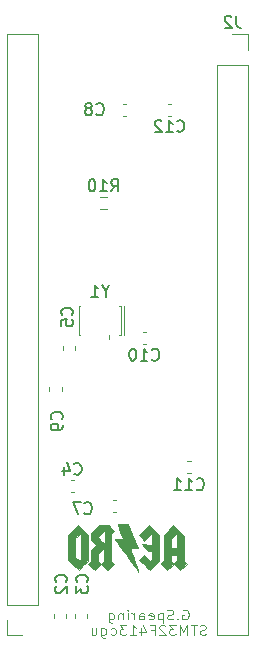
<source format=gbr>
%TF.GenerationSoftware,KiCad,Pcbnew,(6.0.1)*%
%TF.CreationDate,2022-02-14T12:01:51-05:00*%
%TF.ProjectId,demo,64656d6f-2e6b-4696-9361-645f70636258,rev?*%
%TF.SameCoordinates,Original*%
%TF.FileFunction,Legend,Bot*%
%TF.FilePolarity,Positive*%
%FSLAX46Y46*%
G04 Gerber Fmt 4.6, Leading zero omitted, Abs format (unit mm)*
G04 Created by KiCad (PCBNEW (6.0.1)) date 2022-02-14 12:01:51*
%MOMM*%
%LPD*%
G01*
G04 APERTURE LIST*
%ADD10C,0.100000*%
%ADD11C,0.150000*%
%ADD12C,0.120000*%
%ADD13C,0.010000*%
G04 APERTURE END LIST*
D10*
X158362285Y-107160000D02*
X158448000Y-107121904D01*
X158576571Y-107121904D01*
X158705142Y-107160000D01*
X158790857Y-107236190D01*
X158833714Y-107312380D01*
X158876571Y-107464761D01*
X158876571Y-107579047D01*
X158833714Y-107731428D01*
X158790857Y-107807619D01*
X158705142Y-107883809D01*
X158576571Y-107921904D01*
X158490857Y-107921904D01*
X158362285Y-107883809D01*
X158319428Y-107845714D01*
X158319428Y-107579047D01*
X158490857Y-107579047D01*
X157933714Y-107845714D02*
X157890857Y-107883809D01*
X157933714Y-107921904D01*
X157976571Y-107883809D01*
X157933714Y-107845714D01*
X157933714Y-107921904D01*
X157548000Y-107883809D02*
X157419428Y-107921904D01*
X157205142Y-107921904D01*
X157119428Y-107883809D01*
X157076571Y-107845714D01*
X157033714Y-107769523D01*
X157033714Y-107693333D01*
X157076571Y-107617142D01*
X157119428Y-107579047D01*
X157205142Y-107540952D01*
X157376571Y-107502857D01*
X157462285Y-107464761D01*
X157505142Y-107426666D01*
X157548000Y-107350476D01*
X157548000Y-107274285D01*
X157505142Y-107198095D01*
X157462285Y-107160000D01*
X157376571Y-107121904D01*
X157162285Y-107121904D01*
X157033714Y-107160000D01*
X156648000Y-107388571D02*
X156648000Y-108188571D01*
X156648000Y-107426666D02*
X156562285Y-107388571D01*
X156390857Y-107388571D01*
X156305142Y-107426666D01*
X156262285Y-107464761D01*
X156219428Y-107540952D01*
X156219428Y-107769523D01*
X156262285Y-107845714D01*
X156305142Y-107883809D01*
X156390857Y-107921904D01*
X156562285Y-107921904D01*
X156648000Y-107883809D01*
X155490857Y-107883809D02*
X155576571Y-107921904D01*
X155748000Y-107921904D01*
X155833714Y-107883809D01*
X155876571Y-107807619D01*
X155876571Y-107502857D01*
X155833714Y-107426666D01*
X155748000Y-107388571D01*
X155576571Y-107388571D01*
X155490857Y-107426666D01*
X155448000Y-107502857D01*
X155448000Y-107579047D01*
X155876571Y-107655238D01*
X154676571Y-107921904D02*
X154676571Y-107502857D01*
X154719428Y-107426666D01*
X154805142Y-107388571D01*
X154976571Y-107388571D01*
X155062285Y-107426666D01*
X154676571Y-107883809D02*
X154762285Y-107921904D01*
X154976571Y-107921904D01*
X155062285Y-107883809D01*
X155105142Y-107807619D01*
X155105142Y-107731428D01*
X155062285Y-107655238D01*
X154976571Y-107617142D01*
X154762285Y-107617142D01*
X154676571Y-107579047D01*
X154248000Y-107921904D02*
X154248000Y-107388571D01*
X154248000Y-107540952D02*
X154205142Y-107464761D01*
X154162285Y-107426666D01*
X154076571Y-107388571D01*
X153990857Y-107388571D01*
X153690857Y-107921904D02*
X153690857Y-107388571D01*
X153690857Y-107121904D02*
X153733714Y-107160000D01*
X153690857Y-107198095D01*
X153648000Y-107160000D01*
X153690857Y-107121904D01*
X153690857Y-107198095D01*
X153262285Y-107388571D02*
X153262285Y-107921904D01*
X153262285Y-107464761D02*
X153219428Y-107426666D01*
X153133714Y-107388571D01*
X153005142Y-107388571D01*
X152919428Y-107426666D01*
X152876571Y-107502857D01*
X152876571Y-107921904D01*
X152062285Y-107388571D02*
X152062285Y-108036190D01*
X152105142Y-108112380D01*
X152148000Y-108150476D01*
X152233714Y-108188571D01*
X152362285Y-108188571D01*
X152448000Y-108150476D01*
X152062285Y-107883809D02*
X152148000Y-107921904D01*
X152319428Y-107921904D01*
X152405142Y-107883809D01*
X152448000Y-107845714D01*
X152490857Y-107769523D01*
X152490857Y-107540952D01*
X152448000Y-107464761D01*
X152405142Y-107426666D01*
X152319428Y-107388571D01*
X152148000Y-107388571D01*
X152062285Y-107426666D01*
X160290857Y-109171809D02*
X160162285Y-109209904D01*
X159948000Y-109209904D01*
X159862285Y-109171809D01*
X159819428Y-109133714D01*
X159776571Y-109057523D01*
X159776571Y-108981333D01*
X159819428Y-108905142D01*
X159862285Y-108867047D01*
X159948000Y-108828952D01*
X160119428Y-108790857D01*
X160205142Y-108752761D01*
X160248000Y-108714666D01*
X160290857Y-108638476D01*
X160290857Y-108562285D01*
X160248000Y-108486095D01*
X160205142Y-108448000D01*
X160119428Y-108409904D01*
X159905142Y-108409904D01*
X159776571Y-108448000D01*
X159519428Y-108409904D02*
X159005142Y-108409904D01*
X159262285Y-109209904D02*
X159262285Y-108409904D01*
X158705142Y-109209904D02*
X158705142Y-108409904D01*
X158405142Y-108981333D01*
X158105142Y-108409904D01*
X158105142Y-109209904D01*
X157762285Y-108409904D02*
X157205142Y-108409904D01*
X157505142Y-108714666D01*
X157376571Y-108714666D01*
X157290857Y-108752761D01*
X157248000Y-108790857D01*
X157205142Y-108867047D01*
X157205142Y-109057523D01*
X157248000Y-109133714D01*
X157290857Y-109171809D01*
X157376571Y-109209904D01*
X157633714Y-109209904D01*
X157719428Y-109171809D01*
X157762285Y-109133714D01*
X156862285Y-108486095D02*
X156819428Y-108448000D01*
X156733714Y-108409904D01*
X156519428Y-108409904D01*
X156433714Y-108448000D01*
X156390857Y-108486095D01*
X156348000Y-108562285D01*
X156348000Y-108638476D01*
X156390857Y-108752761D01*
X156905142Y-109209904D01*
X156348000Y-109209904D01*
X155662285Y-108790857D02*
X155962285Y-108790857D01*
X155962285Y-109209904D02*
X155962285Y-108409904D01*
X155533714Y-108409904D01*
X154805142Y-108676571D02*
X154805142Y-109209904D01*
X155019428Y-108371809D02*
X155233714Y-108943238D01*
X154676571Y-108943238D01*
X153862285Y-109209904D02*
X154376571Y-109209904D01*
X154119428Y-109209904D02*
X154119428Y-108409904D01*
X154205142Y-108524190D01*
X154290857Y-108600380D01*
X154376571Y-108638476D01*
X153562285Y-108409904D02*
X153005142Y-108409904D01*
X153305142Y-108714666D01*
X153176571Y-108714666D01*
X153090857Y-108752761D01*
X153048000Y-108790857D01*
X153005142Y-108867047D01*
X153005142Y-109057523D01*
X153048000Y-109133714D01*
X153090857Y-109171809D01*
X153176571Y-109209904D01*
X153433714Y-109209904D01*
X153519428Y-109171809D01*
X153562285Y-109133714D01*
X152233714Y-109171809D02*
X152319428Y-109209904D01*
X152490857Y-109209904D01*
X152576571Y-109171809D01*
X152619428Y-109133714D01*
X152662285Y-109057523D01*
X152662285Y-108828952D01*
X152619428Y-108752761D01*
X152576571Y-108714666D01*
X152490857Y-108676571D01*
X152319428Y-108676571D01*
X152233714Y-108714666D01*
X151462285Y-108676571D02*
X151462285Y-109324190D01*
X151505142Y-109400380D01*
X151548000Y-109438476D01*
X151633714Y-109476571D01*
X151762285Y-109476571D01*
X151848000Y-109438476D01*
X151462285Y-109171809D02*
X151548000Y-109209904D01*
X151719428Y-109209904D01*
X151805142Y-109171809D01*
X151848000Y-109133714D01*
X151890857Y-109057523D01*
X151890857Y-108828952D01*
X151848000Y-108752761D01*
X151805142Y-108714666D01*
X151719428Y-108676571D01*
X151548000Y-108676571D01*
X151462285Y-108714666D01*
X150648000Y-108676571D02*
X150648000Y-109209904D01*
X151033714Y-108676571D02*
X151033714Y-109095619D01*
X150990857Y-109171809D01*
X150905142Y-109209904D01*
X150776571Y-109209904D01*
X150690857Y-109171809D01*
X150648000Y-109133714D01*
D11*
%TO.C,C12*%
X157868857Y-66557142D02*
X157916476Y-66604761D01*
X158059333Y-66652380D01*
X158154571Y-66652380D01*
X158297428Y-66604761D01*
X158392666Y-66509523D01*
X158440285Y-66414285D01*
X158487904Y-66223809D01*
X158487904Y-66080952D01*
X158440285Y-65890476D01*
X158392666Y-65795238D01*
X158297428Y-65700000D01*
X158154571Y-65652380D01*
X158059333Y-65652380D01*
X157916476Y-65700000D01*
X157868857Y-65747619D01*
X156916476Y-66652380D02*
X157487904Y-66652380D01*
X157202190Y-66652380D02*
X157202190Y-65652380D01*
X157297428Y-65795238D01*
X157392666Y-65890476D01*
X157487904Y-65938095D01*
X156535523Y-65747619D02*
X156487904Y-65700000D01*
X156392666Y-65652380D01*
X156154571Y-65652380D01*
X156059333Y-65700000D01*
X156011714Y-65747619D01*
X155964095Y-65842857D01*
X155964095Y-65938095D01*
X156011714Y-66080952D01*
X156583142Y-66652380D01*
X155964095Y-66652380D01*
%TO.C,C11*%
X159519857Y-96877142D02*
X159567476Y-96924761D01*
X159710333Y-96972380D01*
X159805571Y-96972380D01*
X159948428Y-96924761D01*
X160043666Y-96829523D01*
X160091285Y-96734285D01*
X160138904Y-96543809D01*
X160138904Y-96400952D01*
X160091285Y-96210476D01*
X160043666Y-96115238D01*
X159948428Y-96020000D01*
X159805571Y-95972380D01*
X159710333Y-95972380D01*
X159567476Y-96020000D01*
X159519857Y-96067619D01*
X158567476Y-96972380D02*
X159138904Y-96972380D01*
X158853190Y-96972380D02*
X158853190Y-95972380D01*
X158948428Y-96115238D01*
X159043666Y-96210476D01*
X159138904Y-96258095D01*
X157615095Y-96972380D02*
X158186523Y-96972380D01*
X157900809Y-96972380D02*
X157900809Y-95972380D01*
X157996047Y-96115238D01*
X158091285Y-96210476D01*
X158186523Y-96258095D01*
%TO.C,C9*%
X148083542Y-90968533D02*
X148131161Y-90920914D01*
X148178780Y-90778057D01*
X148178780Y-90682819D01*
X148131161Y-90539961D01*
X148035923Y-90444723D01*
X147940685Y-90397104D01*
X147750209Y-90349485D01*
X147607352Y-90349485D01*
X147416876Y-90397104D01*
X147321638Y-90444723D01*
X147226400Y-90539961D01*
X147178780Y-90682819D01*
X147178780Y-90778057D01*
X147226400Y-90920914D01*
X147274019Y-90968533D01*
X148178780Y-91444723D02*
X148178780Y-91635200D01*
X148131161Y-91730438D01*
X148083542Y-91778057D01*
X147940685Y-91873295D01*
X147750209Y-91920914D01*
X147369257Y-91920914D01*
X147274019Y-91873295D01*
X147226400Y-91825676D01*
X147178780Y-91730438D01*
X147178780Y-91539961D01*
X147226400Y-91444723D01*
X147274019Y-91397104D01*
X147369257Y-91349485D01*
X147607352Y-91349485D01*
X147702590Y-91397104D01*
X147750209Y-91444723D01*
X147797828Y-91539961D01*
X147797828Y-91730438D01*
X147750209Y-91825676D01*
X147702590Y-91873295D01*
X147607352Y-91920914D01*
%TO.C,C10*%
X155735257Y-85911942D02*
X155782876Y-85959561D01*
X155925733Y-86007180D01*
X156020971Y-86007180D01*
X156163828Y-85959561D01*
X156259066Y-85864323D01*
X156306685Y-85769085D01*
X156354304Y-85578609D01*
X156354304Y-85435752D01*
X156306685Y-85245276D01*
X156259066Y-85150038D01*
X156163828Y-85054800D01*
X156020971Y-85007180D01*
X155925733Y-85007180D01*
X155782876Y-85054800D01*
X155735257Y-85102419D01*
X154782876Y-86007180D02*
X155354304Y-86007180D01*
X155068590Y-86007180D02*
X155068590Y-85007180D01*
X155163828Y-85150038D01*
X155259066Y-85245276D01*
X155354304Y-85292895D01*
X154163828Y-85007180D02*
X154068590Y-85007180D01*
X153973352Y-85054800D01*
X153925733Y-85102419D01*
X153878114Y-85197657D01*
X153830495Y-85388133D01*
X153830495Y-85626228D01*
X153878114Y-85816704D01*
X153925733Y-85911942D01*
X153973352Y-85959561D01*
X154068590Y-86007180D01*
X154163828Y-86007180D01*
X154259066Y-85959561D01*
X154306685Y-85911942D01*
X154354304Y-85816704D01*
X154401923Y-85626228D01*
X154401923Y-85388133D01*
X154354304Y-85197657D01*
X154306685Y-85102419D01*
X154259066Y-85054800D01*
X154163828Y-85007180D01*
%TO.C,R10*%
X152280857Y-71666380D02*
X152614190Y-71190190D01*
X152852285Y-71666380D02*
X152852285Y-70666380D01*
X152471333Y-70666380D01*
X152376095Y-70714000D01*
X152328476Y-70761619D01*
X152280857Y-70856857D01*
X152280857Y-70999714D01*
X152328476Y-71094952D01*
X152376095Y-71142571D01*
X152471333Y-71190190D01*
X152852285Y-71190190D01*
X151328476Y-71666380D02*
X151899904Y-71666380D01*
X151614190Y-71666380D02*
X151614190Y-70666380D01*
X151709428Y-70809238D01*
X151804666Y-70904476D01*
X151899904Y-70952095D01*
X150709428Y-70666380D02*
X150614190Y-70666380D01*
X150518952Y-70714000D01*
X150471333Y-70761619D01*
X150423714Y-70856857D01*
X150376095Y-71047333D01*
X150376095Y-71285428D01*
X150423714Y-71475904D01*
X150471333Y-71571142D01*
X150518952Y-71618761D01*
X150614190Y-71666380D01*
X150709428Y-71666380D01*
X150804666Y-71618761D01*
X150852285Y-71571142D01*
X150899904Y-71475904D01*
X150947523Y-71285428D01*
X150947523Y-71047333D01*
X150899904Y-70856857D01*
X150852285Y-70761619D01*
X150804666Y-70714000D01*
X150709428Y-70666380D01*
%TO.C,Y1*%
X151810990Y-80126990D02*
X151810990Y-80603180D01*
X152144323Y-79603180D02*
X151810990Y-80126990D01*
X151477657Y-79603180D01*
X150620514Y-80603180D02*
X151191942Y-80603180D01*
X150906228Y-80603180D02*
X150906228Y-79603180D01*
X151001466Y-79746038D01*
X151096704Y-79841276D01*
X151191942Y-79888895D01*
%TO.C,J2*%
X162893333Y-56812380D02*
X162893333Y-57526666D01*
X162940952Y-57669523D01*
X163036190Y-57764761D01*
X163179047Y-57812380D01*
X163274285Y-57812380D01*
X162464761Y-56907619D02*
X162417142Y-56860000D01*
X162321904Y-56812380D01*
X162083809Y-56812380D01*
X161988571Y-56860000D01*
X161940952Y-56907619D01*
X161893333Y-57002857D01*
X161893333Y-57098095D01*
X161940952Y-57240952D01*
X162512380Y-57812380D01*
X161893333Y-57812380D01*
%TO.C,C5*%
X148947142Y-82129333D02*
X148994761Y-82081714D01*
X149042380Y-81938857D01*
X149042380Y-81843619D01*
X148994761Y-81700761D01*
X148899523Y-81605523D01*
X148804285Y-81557904D01*
X148613809Y-81510285D01*
X148470952Y-81510285D01*
X148280476Y-81557904D01*
X148185238Y-81605523D01*
X148090000Y-81700761D01*
X148042380Y-81843619D01*
X148042380Y-81938857D01*
X148090000Y-82081714D01*
X148137619Y-82129333D01*
X148042380Y-83034095D02*
X148042380Y-82557904D01*
X148518571Y-82510285D01*
X148470952Y-82557904D01*
X148423333Y-82653142D01*
X148423333Y-82891238D01*
X148470952Y-82986476D01*
X148518571Y-83034095D01*
X148613809Y-83081714D01*
X148851904Y-83081714D01*
X148947142Y-83034095D01*
X148994761Y-82986476D01*
X149042380Y-82891238D01*
X149042380Y-82653142D01*
X148994761Y-82557904D01*
X148947142Y-82510285D01*
%TO.C,C3*%
X150217142Y-104735333D02*
X150264761Y-104687714D01*
X150312380Y-104544857D01*
X150312380Y-104449619D01*
X150264761Y-104306761D01*
X150169523Y-104211523D01*
X150074285Y-104163904D01*
X149883809Y-104116285D01*
X149740952Y-104116285D01*
X149550476Y-104163904D01*
X149455238Y-104211523D01*
X149360000Y-104306761D01*
X149312380Y-104449619D01*
X149312380Y-104544857D01*
X149360000Y-104687714D01*
X149407619Y-104735333D01*
X149312380Y-105068666D02*
X149312380Y-105687714D01*
X149693333Y-105354380D01*
X149693333Y-105497238D01*
X149740952Y-105592476D01*
X149788571Y-105640095D01*
X149883809Y-105687714D01*
X150121904Y-105687714D01*
X150217142Y-105640095D01*
X150264761Y-105592476D01*
X150312380Y-105497238D01*
X150312380Y-105211523D01*
X150264761Y-105116285D01*
X150217142Y-105068666D01*
%TO.C,C8*%
X151042666Y-65127142D02*
X151090285Y-65174761D01*
X151233142Y-65222380D01*
X151328380Y-65222380D01*
X151471238Y-65174761D01*
X151566476Y-65079523D01*
X151614095Y-64984285D01*
X151661714Y-64793809D01*
X151661714Y-64650952D01*
X151614095Y-64460476D01*
X151566476Y-64365238D01*
X151471238Y-64270000D01*
X151328380Y-64222380D01*
X151233142Y-64222380D01*
X151090285Y-64270000D01*
X151042666Y-64317619D01*
X150471238Y-64650952D02*
X150566476Y-64603333D01*
X150614095Y-64555714D01*
X150661714Y-64460476D01*
X150661714Y-64412857D01*
X150614095Y-64317619D01*
X150566476Y-64270000D01*
X150471238Y-64222380D01*
X150280761Y-64222380D01*
X150185523Y-64270000D01*
X150137904Y-64317619D01*
X150090285Y-64412857D01*
X150090285Y-64460476D01*
X150137904Y-64555714D01*
X150185523Y-64603333D01*
X150280761Y-64650952D01*
X150471238Y-64650952D01*
X150566476Y-64698571D01*
X150614095Y-64746190D01*
X150661714Y-64841428D01*
X150661714Y-65031904D01*
X150614095Y-65127142D01*
X150566476Y-65174761D01*
X150471238Y-65222380D01*
X150280761Y-65222380D01*
X150185523Y-65174761D01*
X150137904Y-65127142D01*
X150090285Y-65031904D01*
X150090285Y-64841428D01*
X150137904Y-64746190D01*
X150185523Y-64698571D01*
X150280761Y-64650952D01*
%TO.C,C4*%
X149164166Y-95574142D02*
X149211785Y-95621761D01*
X149354642Y-95669380D01*
X149449880Y-95669380D01*
X149592738Y-95621761D01*
X149687976Y-95526523D01*
X149735595Y-95431285D01*
X149783214Y-95240809D01*
X149783214Y-95097952D01*
X149735595Y-94907476D01*
X149687976Y-94812238D01*
X149592738Y-94717000D01*
X149449880Y-94669380D01*
X149354642Y-94669380D01*
X149211785Y-94717000D01*
X149164166Y-94764619D01*
X148307023Y-95002714D02*
X148307023Y-95669380D01*
X148545119Y-94621761D02*
X148783214Y-95336047D01*
X148164166Y-95336047D01*
%TO.C,C7*%
X150026666Y-98909142D02*
X150074285Y-98956761D01*
X150217142Y-99004380D01*
X150312380Y-99004380D01*
X150455238Y-98956761D01*
X150550476Y-98861523D01*
X150598095Y-98766285D01*
X150645714Y-98575809D01*
X150645714Y-98432952D01*
X150598095Y-98242476D01*
X150550476Y-98147238D01*
X150455238Y-98052000D01*
X150312380Y-98004380D01*
X150217142Y-98004380D01*
X150074285Y-98052000D01*
X150026666Y-98099619D01*
X149693333Y-98004380D02*
X149026666Y-98004380D01*
X149455238Y-99004380D01*
%TO.C,C2*%
X148439142Y-104735333D02*
X148486761Y-104687714D01*
X148534380Y-104544857D01*
X148534380Y-104449619D01*
X148486761Y-104306761D01*
X148391523Y-104211523D01*
X148296285Y-104163904D01*
X148105809Y-104116285D01*
X147962952Y-104116285D01*
X147772476Y-104163904D01*
X147677238Y-104211523D01*
X147582000Y-104306761D01*
X147534380Y-104449619D01*
X147534380Y-104544857D01*
X147582000Y-104687714D01*
X147629619Y-104735333D01*
X147629619Y-105116285D02*
X147582000Y-105163904D01*
X147534380Y-105259142D01*
X147534380Y-105497238D01*
X147582000Y-105592476D01*
X147629619Y-105640095D01*
X147724857Y-105687714D01*
X147820095Y-105687714D01*
X147962952Y-105640095D01*
X148534380Y-105068666D01*
X148534380Y-105687714D01*
D12*
%TO.C,C12*%
X157079733Y-65280000D02*
X157372267Y-65280000D01*
X157079733Y-64260000D02*
X157372267Y-64260000D01*
%TO.C,C11*%
X159023267Y-94486000D02*
X158730733Y-94486000D01*
X159023267Y-95506000D02*
X158730733Y-95506000D01*
%TO.C,C9*%
X147064000Y-88538267D02*
X147064000Y-88245733D01*
X148084000Y-88538267D02*
X148084000Y-88245733D01*
%TO.C,C10*%
X154946133Y-84634800D02*
X155238667Y-84634800D01*
X154946133Y-83614800D02*
X155238667Y-83614800D01*
%TO.C,R10*%
X151892724Y-73166500D02*
X151383276Y-73166500D01*
X151892724Y-72121500D02*
X151383276Y-72121500D01*
%TO.C,Y1*%
X153134800Y-81400800D02*
X152984800Y-81400800D01*
X149534800Y-81400800D02*
X149534800Y-83400800D01*
X153134800Y-83800800D02*
X152984800Y-83800800D01*
X149534800Y-83800800D02*
X149684800Y-83800800D01*
X152084800Y-83800800D02*
X152084800Y-84200800D01*
X153334800Y-81400800D02*
X153334800Y-83400800D01*
X153134800Y-83400800D02*
X153134800Y-83800800D01*
X153134800Y-83400800D02*
X153134800Y-81400800D01*
X149534800Y-83400800D02*
X149534800Y-83800800D01*
X153334800Y-83400800D02*
X153334800Y-83800800D01*
X152084800Y-83800800D02*
X152134800Y-83800800D01*
X149534800Y-81400800D02*
X149684800Y-81400800D01*
%TO.C,J2*%
X163890000Y-59690000D02*
X163890000Y-58360000D01*
X163890000Y-60960000D02*
X163890000Y-109280000D01*
X161230000Y-60960000D02*
X161230000Y-109280000D01*
X163890000Y-58360000D02*
X162560000Y-58360000D01*
X163890000Y-60960000D02*
X161230000Y-60960000D01*
X163890000Y-109280000D02*
X161230000Y-109280000D01*
%TO.C,C5*%
X148181600Y-85083867D02*
X148181600Y-84791333D01*
X149201600Y-85083867D02*
X149201600Y-84791333D01*
D13*
%TO.C,G\u002A\u002A\u002A*%
X150617339Y-100607886D02*
X150617339Y-101212252D01*
X150617339Y-101212252D02*
X151024191Y-101620998D01*
X151024191Y-101620998D02*
X150809114Y-101836974D01*
X150809114Y-101836974D02*
X150594036Y-102052949D01*
X150594036Y-102052949D02*
X150594036Y-102959415D01*
X150594036Y-102959415D02*
X150472159Y-103082826D01*
X150472159Y-103082826D02*
X150350281Y-103206236D01*
X150350281Y-103206236D02*
X150618053Y-103474008D01*
X150618053Y-103474008D02*
X150885825Y-103741779D01*
X150885825Y-103741779D02*
X151408535Y-103217211D01*
X151408535Y-103217211D02*
X151178623Y-102960881D01*
X151178623Y-102960881D02*
X151177614Y-102657547D01*
X151177614Y-102657547D02*
X151176605Y-102354214D01*
X151176605Y-102354214D02*
X151432935Y-102098679D01*
X151432935Y-102098679D02*
X151689266Y-101843143D01*
X151689266Y-101843143D02*
X151689266Y-102985935D01*
X151689266Y-102985935D02*
X151572495Y-103100951D01*
X151572495Y-103100951D02*
X151455724Y-103215966D01*
X151455724Y-103215966D02*
X151717757Y-103478744D01*
X151717757Y-103478744D02*
X151807591Y-103567933D01*
X151807591Y-103567933D02*
X151886075Y-103644151D01*
X151886075Y-103644151D02*
X151947318Y-103701811D01*
X151947318Y-103701811D02*
X151985424Y-103735323D01*
X151985424Y-103735323D02*
X151994856Y-103741523D01*
X151994856Y-103741523D02*
X152015267Y-103725520D01*
X152015267Y-103725520D02*
X152061859Y-103681324D01*
X152061859Y-103681324D02*
X152128844Y-103614657D01*
X152128844Y-103614657D02*
X152210434Y-103531241D01*
X152210434Y-103531241D02*
X152264949Y-103474528D01*
X152264949Y-103474528D02*
X152519977Y-103207533D01*
X152519977Y-103207533D02*
X152395906Y-103085003D01*
X152395906Y-103085003D02*
X152271834Y-102962473D01*
X152271834Y-102962473D02*
X152271834Y-101539184D01*
X152271834Y-101539184D02*
X151735871Y-101539184D01*
X151735871Y-101539184D02*
X151438875Y-101242188D01*
X151438875Y-101242188D02*
X151141879Y-100945193D01*
X151141879Y-100945193D02*
X151735871Y-100351201D01*
X151735871Y-100351201D02*
X151735871Y-101539184D01*
X151735871Y-101539184D02*
X152271834Y-101539184D01*
X152271834Y-101539184D02*
X152271834Y-100678562D01*
X152271834Y-100678562D02*
X152405241Y-100543749D01*
X152405241Y-100543749D02*
X152538648Y-100408935D01*
X152538648Y-100408935D02*
X152306642Y-100176055D01*
X152306642Y-100176055D02*
X152074635Y-99943174D01*
X152074635Y-99943174D02*
X151280865Y-99943174D01*
X151280865Y-99943174D02*
X150617339Y-100607886D01*
X150617339Y-100607886D02*
X150617339Y-100607886D01*
G36*
X152395906Y-103085003D02*
G01*
X152519977Y-103207533D01*
X152264949Y-103474528D01*
X152210434Y-103531241D01*
X152128844Y-103614657D01*
X152061859Y-103681324D01*
X152015267Y-103725520D01*
X151994856Y-103741523D01*
X151985424Y-103735323D01*
X151947318Y-103701811D01*
X151886075Y-103644151D01*
X151807591Y-103567933D01*
X151717757Y-103478744D01*
X151455724Y-103215966D01*
X151572495Y-103100951D01*
X151689266Y-102985935D01*
X151689266Y-101843143D01*
X151432935Y-102098679D01*
X151176605Y-102354214D01*
X151177614Y-102657547D01*
X151178623Y-102960881D01*
X151408535Y-103217211D01*
X150885825Y-103741779D01*
X150618053Y-103474008D01*
X150350281Y-103206236D01*
X150472159Y-103082826D01*
X150594036Y-102959415D01*
X150594036Y-102052949D01*
X150809114Y-101836974D01*
X151024191Y-101620998D01*
X150617339Y-101212252D01*
X150617339Y-100945193D01*
X151141879Y-100945193D01*
X151438875Y-101242188D01*
X151735871Y-101539184D01*
X151735871Y-100351201D01*
X151141879Y-100945193D01*
X150617339Y-100945193D01*
X150617339Y-100607886D01*
X151280865Y-99943174D01*
X152074635Y-99943174D01*
X152306642Y-100176055D01*
X152538648Y-100408935D01*
X152405241Y-100543749D01*
X152271834Y-100678562D01*
X152271834Y-102962473D01*
X152395906Y-103085003D01*
G37*
X152395906Y-103085003D02*
X152519977Y-103207533D01*
X152264949Y-103474528D01*
X152210434Y-103531241D01*
X152128844Y-103614657D01*
X152061859Y-103681324D01*
X152015267Y-103725520D01*
X151994856Y-103741523D01*
X151985424Y-103735323D01*
X151947318Y-103701811D01*
X151886075Y-103644151D01*
X151807591Y-103567933D01*
X151717757Y-103478744D01*
X151455724Y-103215966D01*
X151572495Y-103100951D01*
X151689266Y-102985935D01*
X151689266Y-101843143D01*
X151432935Y-102098679D01*
X151176605Y-102354214D01*
X151177614Y-102657547D01*
X151178623Y-102960881D01*
X151408535Y-103217211D01*
X150885825Y-103741779D01*
X150618053Y-103474008D01*
X150350281Y-103206236D01*
X150472159Y-103082826D01*
X150594036Y-102959415D01*
X150594036Y-102052949D01*
X150809114Y-101836974D01*
X151024191Y-101620998D01*
X150617339Y-101212252D01*
X150617339Y-100945193D01*
X151141879Y-100945193D01*
X151438875Y-101242188D01*
X151735871Y-101539184D01*
X151735871Y-100351201D01*
X151141879Y-100945193D01*
X150617339Y-100945193D01*
X150617339Y-100607886D01*
X151280865Y-99943174D01*
X152074635Y-99943174D01*
X152306642Y-100176055D01*
X152538648Y-100408935D01*
X152405241Y-100543749D01*
X152271834Y-100678562D01*
X152271834Y-102962473D01*
X152395906Y-103085003D01*
X153075779Y-100479138D02*
X153315032Y-101131615D01*
X153315032Y-101131615D02*
X152952941Y-101131615D01*
X152952941Y-101131615D02*
X152816356Y-101131894D01*
X152816356Y-101131894D02*
X152720317Y-101133236D01*
X152720317Y-101133236D02*
X152658767Y-101136399D01*
X152658767Y-101136399D02*
X152625648Y-101142143D01*
X152625648Y-101142143D02*
X152614902Y-101151225D01*
X152614902Y-101151225D02*
X152620471Y-101164403D01*
X152620471Y-101164403D02*
X152627150Y-101172394D01*
X152627150Y-101172394D02*
X152645801Y-101196919D01*
X152645801Y-101196919D02*
X152688904Y-101255574D01*
X152688904Y-101255574D02*
X152753760Y-101344611D01*
X152753760Y-101344611D02*
X152837670Y-101460280D01*
X152837670Y-101460280D02*
X152937939Y-101598830D01*
X152937939Y-101598830D02*
X153051866Y-101756511D01*
X153051866Y-101756511D02*
X153176754Y-101929575D01*
X153176754Y-101929575D02*
X153309906Y-102114270D01*
X153309906Y-102114270D02*
X153448622Y-102306846D01*
X153448622Y-102306846D02*
X153590206Y-102503555D01*
X153590206Y-102503555D02*
X153731959Y-102700645D01*
X153731959Y-102700645D02*
X153871183Y-102894368D01*
X153871183Y-102894368D02*
X154005180Y-103080972D01*
X154005180Y-103080972D02*
X154131252Y-103256708D01*
X154131252Y-103256708D02*
X154246701Y-103417827D01*
X154246701Y-103417827D02*
X154348830Y-103560578D01*
X154348830Y-103560578D02*
X154434939Y-103681211D01*
X154434939Y-103681211D02*
X154502331Y-103775976D01*
X154502331Y-103775976D02*
X154548309Y-103841123D01*
X154548309Y-103841123D02*
X154570173Y-103872903D01*
X154570173Y-103872903D02*
X154570652Y-103873655D01*
X154570652Y-103873655D02*
X154568812Y-103861273D01*
X154568812Y-103861273D02*
X154552983Y-103809011D01*
X154552983Y-103809011D02*
X154524541Y-103720990D01*
X154524541Y-103720990D02*
X154484862Y-103601330D01*
X154484862Y-103601330D02*
X154435324Y-103454151D01*
X154435324Y-103454151D02*
X154377302Y-103283575D01*
X154377302Y-103283575D02*
X154312173Y-103093720D01*
X154312173Y-103093720D02*
X154250239Y-102914454D01*
X154250239Y-102914454D02*
X154179049Y-102708915D01*
X154179049Y-102708915D02*
X154112772Y-102517314D01*
X154112772Y-102517314D02*
X154052925Y-102344054D01*
X154052925Y-102344054D02*
X154001024Y-102193540D01*
X154001024Y-102193540D02*
X153958589Y-102070175D01*
X153958589Y-102070175D02*
X153927135Y-101978363D01*
X153927135Y-101978363D02*
X153908180Y-101922509D01*
X153908180Y-101922509D02*
X153903027Y-101906610D01*
X153903027Y-101906610D02*
X153924981Y-101904511D01*
X153924981Y-101904511D02*
X153985447Y-101902732D01*
X153985447Y-101902732D02*
X154076333Y-101901414D01*
X154076333Y-101901414D02*
X154189545Y-101900696D01*
X154189545Y-101900696D02*
X154249325Y-101900605D01*
X154249325Y-101900605D02*
X154595622Y-101900605D01*
X154595622Y-101900605D02*
X154335354Y-101312211D01*
X154335354Y-101312211D02*
X154253068Y-101126004D01*
X154253068Y-101126004D02*
X154164257Y-100924723D01*
X154164257Y-100924723D02*
X154074488Y-100721005D01*
X154074488Y-100721005D02*
X153989327Y-100527484D01*
X153989327Y-100527484D02*
X153914339Y-100356798D01*
X153914339Y-100356798D02*
X153878576Y-100275238D01*
X153878576Y-100275238D02*
X153682066Y-99826661D01*
X153682066Y-99826661D02*
X152836527Y-99826661D01*
X152836527Y-99826661D02*
X153075779Y-100479138D01*
X153075779Y-100479138D02*
X153075779Y-100479138D01*
G36*
X153878576Y-100275238D02*
G01*
X153914339Y-100356798D01*
X153989327Y-100527484D01*
X154074488Y-100721005D01*
X154164257Y-100924723D01*
X154253068Y-101126004D01*
X154335354Y-101312211D01*
X154595622Y-101900605D01*
X154249325Y-101900605D01*
X154189545Y-101900696D01*
X154076333Y-101901414D01*
X153985447Y-101902732D01*
X153924981Y-101904511D01*
X153903027Y-101906610D01*
X153908180Y-101922509D01*
X153927135Y-101978363D01*
X153958589Y-102070175D01*
X154001024Y-102193540D01*
X154052925Y-102344054D01*
X154112772Y-102517314D01*
X154179049Y-102708915D01*
X154250239Y-102914454D01*
X154312173Y-103093720D01*
X154377302Y-103283575D01*
X154435324Y-103454151D01*
X154484862Y-103601330D01*
X154524541Y-103720990D01*
X154552983Y-103809011D01*
X154568812Y-103861273D01*
X154570652Y-103873655D01*
X154570173Y-103872903D01*
X154548309Y-103841123D01*
X154502331Y-103775976D01*
X154434939Y-103681211D01*
X154348830Y-103560578D01*
X154246701Y-103417827D01*
X154131252Y-103256708D01*
X154005180Y-103080972D01*
X153871183Y-102894368D01*
X153731959Y-102700645D01*
X153590206Y-102503555D01*
X153448622Y-102306846D01*
X153309906Y-102114270D01*
X153176754Y-101929575D01*
X153051866Y-101756511D01*
X152937939Y-101598830D01*
X152837670Y-101460280D01*
X152753760Y-101344611D01*
X152688904Y-101255574D01*
X152645801Y-101196919D01*
X152627150Y-101172394D01*
X152620471Y-101164403D01*
X152614902Y-101151225D01*
X152625648Y-101142143D01*
X152658767Y-101136399D01*
X152720317Y-101133236D01*
X152816356Y-101131894D01*
X152952941Y-101131615D01*
X153315032Y-101131615D01*
X153075779Y-100479138D01*
X152836527Y-99826661D01*
X153682066Y-99826661D01*
X153878576Y-100275238D01*
G37*
X153878576Y-100275238D02*
X153914339Y-100356798D01*
X153989327Y-100527484D01*
X154074488Y-100721005D01*
X154164257Y-100924723D01*
X154253068Y-101126004D01*
X154335354Y-101312211D01*
X154595622Y-101900605D01*
X154249325Y-101900605D01*
X154189545Y-101900696D01*
X154076333Y-101901414D01*
X153985447Y-101902732D01*
X153924981Y-101904511D01*
X153903027Y-101906610D01*
X153908180Y-101922509D01*
X153927135Y-101978363D01*
X153958589Y-102070175D01*
X154001024Y-102193540D01*
X154052925Y-102344054D01*
X154112772Y-102517314D01*
X154179049Y-102708915D01*
X154250239Y-102914454D01*
X154312173Y-103093720D01*
X154377302Y-103283575D01*
X154435324Y-103454151D01*
X154484862Y-103601330D01*
X154524541Y-103720990D01*
X154552983Y-103809011D01*
X154568812Y-103861273D01*
X154570652Y-103873655D01*
X154570173Y-103872903D01*
X154548309Y-103841123D01*
X154502331Y-103775976D01*
X154434939Y-103681211D01*
X154348830Y-103560578D01*
X154246701Y-103417827D01*
X154131252Y-103256708D01*
X154005180Y-103080972D01*
X153871183Y-102894368D01*
X153731959Y-102700645D01*
X153590206Y-102503555D01*
X153448622Y-102306846D01*
X153309906Y-102114270D01*
X153176754Y-101929575D01*
X153051866Y-101756511D01*
X152937939Y-101598830D01*
X152837670Y-101460280D01*
X152753760Y-101344611D01*
X152688904Y-101255574D01*
X152645801Y-101196919D01*
X152627150Y-101172394D01*
X152620471Y-101164403D01*
X152614902Y-101151225D01*
X152625648Y-101142143D01*
X152658767Y-101136399D01*
X152720317Y-101133236D01*
X152816356Y-101131894D01*
X152952941Y-101131615D01*
X153315032Y-101131615D01*
X153075779Y-100479138D01*
X152836527Y-99826661D01*
X153682066Y-99826661D01*
X153878576Y-100275238D01*
X155086608Y-100379140D02*
X154661063Y-100805151D01*
X154661063Y-100805151D02*
X154881710Y-101026719D01*
X154881710Y-101026719D02*
X155102356Y-101248287D01*
X155102356Y-101248287D02*
X155743944Y-100607927D01*
X155743944Y-100607927D02*
X155743944Y-101576316D01*
X155743944Y-101576316D02*
X154859008Y-101562716D01*
X154859008Y-101562716D02*
X155143833Y-101848174D01*
X155143833Y-101848174D02*
X155428658Y-102133633D01*
X155428658Y-102133633D02*
X155743944Y-102133633D01*
X155743944Y-102133633D02*
X155743944Y-102807041D01*
X155743944Y-102807041D02*
X155660882Y-102870396D01*
X155660882Y-102870396D02*
X155577820Y-102933750D01*
X155577820Y-102933750D02*
X155102564Y-102460112D01*
X155102564Y-102460112D02*
X154682120Y-102880556D01*
X154682120Y-102880556D02*
X155114776Y-103311039D01*
X155114776Y-103311039D02*
X155231006Y-103426280D01*
X155231006Y-103426280D02*
X155336275Y-103529877D01*
X155336275Y-103529877D02*
X155426130Y-103617512D01*
X155426130Y-103617512D02*
X155496120Y-103684866D01*
X155496120Y-103684866D02*
X155541792Y-103727621D01*
X155541792Y-103727621D02*
X155558568Y-103741523D01*
X155558568Y-103741523D02*
X155577491Y-103725751D01*
X155577491Y-103725751D02*
X155624481Y-103681522D01*
X155624481Y-103681522D02*
X155694781Y-103613462D01*
X155694781Y-103613462D02*
X155783633Y-103526199D01*
X155783633Y-103526199D02*
X155886280Y-103424361D01*
X155886280Y-103424361D02*
X155948108Y-103362596D01*
X155948108Y-103362596D02*
X156326513Y-102983669D01*
X156326513Y-102983669D02*
X156326513Y-100772062D01*
X156326513Y-100772062D02*
X155919333Y-100362596D01*
X155919333Y-100362596D02*
X155512152Y-99953129D01*
X155512152Y-99953129D02*
X155086608Y-100379140D01*
X155086608Y-100379140D02*
X155086608Y-100379140D01*
G36*
X155919333Y-100362596D02*
G01*
X156326513Y-100772062D01*
X156326513Y-102983669D01*
X155948108Y-103362596D01*
X155886280Y-103424361D01*
X155783633Y-103526199D01*
X155694781Y-103613462D01*
X155624481Y-103681522D01*
X155577491Y-103725751D01*
X155558568Y-103741523D01*
X155541792Y-103727621D01*
X155496120Y-103684866D01*
X155426130Y-103617512D01*
X155336275Y-103529877D01*
X155231006Y-103426280D01*
X155114776Y-103311039D01*
X154682120Y-102880556D01*
X155102564Y-102460112D01*
X155577820Y-102933750D01*
X155660882Y-102870396D01*
X155743944Y-102807041D01*
X155743944Y-102133633D01*
X155428658Y-102133633D01*
X155143833Y-101848174D01*
X154859008Y-101562716D01*
X155743944Y-101576316D01*
X155743944Y-100607927D01*
X155102356Y-101248287D01*
X154881710Y-101026719D01*
X154661063Y-100805151D01*
X155086608Y-100379140D01*
X155512152Y-99953129D01*
X155919333Y-100362596D01*
G37*
X155919333Y-100362596D02*
X156326513Y-100772062D01*
X156326513Y-102983669D01*
X155948108Y-103362596D01*
X155886280Y-103424361D01*
X155783633Y-103526199D01*
X155694781Y-103613462D01*
X155624481Y-103681522D01*
X155577491Y-103725751D01*
X155558568Y-103741523D01*
X155541792Y-103727621D01*
X155496120Y-103684866D01*
X155426130Y-103617512D01*
X155336275Y-103529877D01*
X155231006Y-103426280D01*
X155114776Y-103311039D01*
X154682120Y-102880556D01*
X155102564Y-102460112D01*
X155577820Y-102933750D01*
X155660882Y-102870396D01*
X155743944Y-102807041D01*
X155743944Y-102133633D01*
X155428658Y-102133633D01*
X155143833Y-101848174D01*
X154859008Y-101562716D01*
X155743944Y-101576316D01*
X155743944Y-100607927D01*
X155102356Y-101248287D01*
X154881710Y-101026719D01*
X154661063Y-100805151D01*
X155086608Y-100379140D01*
X155512152Y-99953129D01*
X155919333Y-100362596D01*
X149079354Y-100350976D02*
X148659908Y-100769936D01*
X148659908Y-100769936D02*
X148659908Y-102868130D01*
X148659908Y-102868130D02*
X149534242Y-103741556D01*
X149534242Y-103741556D02*
X149924323Y-103350968D01*
X149924323Y-103350968D02*
X150314403Y-102960381D01*
X150314403Y-102960381D02*
X150314403Y-102772240D01*
X150314403Y-102772240D02*
X149731834Y-102772240D01*
X149731834Y-102772240D02*
X149657027Y-102849422D01*
X149657027Y-102849422D02*
X149582219Y-102926604D01*
X149582219Y-102926604D02*
X149423999Y-102769597D01*
X149423999Y-102769597D02*
X149265779Y-102612589D01*
X149265779Y-102612589D02*
X149265779Y-101049181D01*
X149265779Y-101049181D02*
X149498807Y-100817027D01*
X149498807Y-100817027D02*
X149731834Y-100584874D01*
X149731834Y-100584874D02*
X149731834Y-102772240D01*
X149731834Y-102772240D02*
X150314403Y-102772240D01*
X150314403Y-102772240D02*
X150314403Y-100746620D01*
X150314403Y-100746620D02*
X149906602Y-100339318D01*
X149906602Y-100339318D02*
X149498800Y-99932015D01*
X149498800Y-99932015D02*
X149079354Y-100350976D01*
X149079354Y-100350976D02*
X149079354Y-100350976D01*
G36*
X149924323Y-103350968D02*
G01*
X149534242Y-103741556D01*
X148659908Y-102868130D01*
X148659908Y-102612589D01*
X149265779Y-102612589D01*
X149423999Y-102769597D01*
X149582219Y-102926604D01*
X149657027Y-102849422D01*
X149731834Y-102772240D01*
X149731834Y-100584874D01*
X149498807Y-100817027D01*
X149265779Y-101049181D01*
X149265779Y-102612589D01*
X148659908Y-102612589D01*
X148659908Y-100769936D01*
X149079354Y-100350976D01*
X149498800Y-99932015D01*
X149906602Y-100339318D01*
X150314403Y-100746620D01*
X150314403Y-102960381D01*
X149924323Y-103350968D01*
G37*
X149924323Y-103350968D02*
X149534242Y-103741556D01*
X148659908Y-102868130D01*
X148659908Y-102612589D01*
X149265779Y-102612589D01*
X149423999Y-102769597D01*
X149582219Y-102926604D01*
X149657027Y-102849422D01*
X149731834Y-102772240D01*
X149731834Y-100584874D01*
X149498807Y-100817027D01*
X149265779Y-101049181D01*
X149265779Y-102612589D01*
X148659908Y-102612589D01*
X148659908Y-100769936D01*
X149079354Y-100350976D01*
X149498800Y-99932015D01*
X149906602Y-100339318D01*
X150314403Y-100746620D01*
X150314403Y-102960381D01*
X149924323Y-103350968D01*
X157147698Y-100345377D02*
X156745963Y-100747605D01*
X156745963Y-100747605D02*
X156745963Y-102959415D01*
X156745963Y-102959415D02*
X156624085Y-103082826D01*
X156624085Y-103082826D02*
X156502208Y-103206236D01*
X156502208Y-103206236D02*
X156769980Y-103474008D01*
X156769980Y-103474008D02*
X157037752Y-103741779D01*
X157037752Y-103741779D02*
X157572032Y-103205979D01*
X157572032Y-103205979D02*
X157328532Y-102959415D01*
X157328532Y-102959415D02*
X157328532Y-102483174D01*
X157328532Y-102483174D02*
X157841192Y-102483174D01*
X157841192Y-102483174D02*
X157841192Y-102959415D01*
X157841192Y-102959415D02*
X157719315Y-103082826D01*
X157719315Y-103082826D02*
X157597437Y-103206236D01*
X157597437Y-103206236D02*
X157865209Y-103474008D01*
X157865209Y-103474008D02*
X158132981Y-103741779D01*
X158132981Y-103741779D02*
X158667261Y-103205979D01*
X158667261Y-103205979D02*
X158423761Y-102959415D01*
X158423761Y-102959415D02*
X158423761Y-101877303D01*
X158423761Y-101877303D02*
X157841192Y-101877303D01*
X157841192Y-101877303D02*
X157328532Y-101877303D01*
X157328532Y-101877303D02*
X157328532Y-101118668D01*
X157328532Y-101118668D02*
X157583681Y-100851334D01*
X157583681Y-100851334D02*
X157838831Y-100584000D01*
X157838831Y-100584000D02*
X157840011Y-101230651D01*
X157840011Y-101230651D02*
X157841192Y-101877303D01*
X157841192Y-101877303D02*
X158423761Y-101877303D01*
X158423761Y-101877303D02*
X158423761Y-100816567D01*
X158423761Y-100816567D02*
X157986597Y-100379858D01*
X157986597Y-100379858D02*
X157549434Y-99943149D01*
X157549434Y-99943149D02*
X157147698Y-100345377D01*
X157147698Y-100345377D02*
X157147698Y-100345377D01*
G36*
X158667261Y-103205979D02*
G01*
X158132981Y-103741779D01*
X157865209Y-103474008D01*
X157597437Y-103206236D01*
X157719315Y-103082826D01*
X157841192Y-102959415D01*
X157841192Y-102483174D01*
X157328532Y-102483174D01*
X157328532Y-102959415D01*
X157572032Y-103205979D01*
X157037752Y-103741779D01*
X156769980Y-103474008D01*
X156502208Y-103206236D01*
X156624085Y-103082826D01*
X156745963Y-102959415D01*
X156745963Y-101877303D01*
X157328532Y-101877303D01*
X157841192Y-101877303D01*
X157840011Y-101230651D01*
X157838831Y-100584000D01*
X157583681Y-100851334D01*
X157328532Y-101118668D01*
X157328532Y-101877303D01*
X156745963Y-101877303D01*
X156745963Y-100747605D01*
X157147698Y-100345377D01*
X157549434Y-99943149D01*
X157986597Y-100379858D01*
X158423761Y-100816567D01*
X158423761Y-102959415D01*
X158667261Y-103205979D01*
G37*
X158667261Y-103205979D02*
X158132981Y-103741779D01*
X157865209Y-103474008D01*
X157597437Y-103206236D01*
X157719315Y-103082826D01*
X157841192Y-102959415D01*
X157841192Y-102483174D01*
X157328532Y-102483174D01*
X157328532Y-102959415D01*
X157572032Y-103205979D01*
X157037752Y-103741779D01*
X156769980Y-103474008D01*
X156502208Y-103206236D01*
X156624085Y-103082826D01*
X156745963Y-102959415D01*
X156745963Y-101877303D01*
X157328532Y-101877303D01*
X157841192Y-101877303D01*
X157840011Y-101230651D01*
X157838831Y-100584000D01*
X157583681Y-100851334D01*
X157328532Y-101118668D01*
X157328532Y-101877303D01*
X156745963Y-101877303D01*
X156745963Y-100747605D01*
X157147698Y-100345377D01*
X157549434Y-99943149D01*
X157986597Y-100379858D01*
X158423761Y-100816567D01*
X158423761Y-102959415D01*
X158667261Y-103205979D01*
D12*
%TO.C,J3*%
X143450000Y-109275000D02*
X144780000Y-109275000D01*
X143450000Y-106675000D02*
X146110000Y-106675000D01*
X143450000Y-107945000D02*
X143450000Y-109275000D01*
X146110000Y-106675000D02*
X146110000Y-58355000D01*
X143450000Y-106675000D02*
X143450000Y-58355000D01*
X143450000Y-58355000D02*
X146110000Y-58355000D01*
%TO.C,C3*%
X149197600Y-107500033D02*
X149197600Y-107792567D01*
X150217600Y-107500033D02*
X150217600Y-107792567D01*
%TO.C,C8*%
X153562267Y-64260000D02*
X153269733Y-64260000D01*
X153562267Y-65280000D02*
X153269733Y-65280000D01*
%TO.C,C4*%
X149143767Y-97157000D02*
X148851233Y-97157000D01*
X149143767Y-96137000D02*
X148851233Y-96137000D01*
%TO.C,C7*%
X152407233Y-97788000D02*
X152699767Y-97788000D01*
X152407233Y-98808000D02*
X152699767Y-98808000D01*
%TO.C,C2*%
X147419600Y-107498933D02*
X147419600Y-107791467D01*
X148439600Y-107498933D02*
X148439600Y-107791467D01*
%TD*%
M02*

</source>
